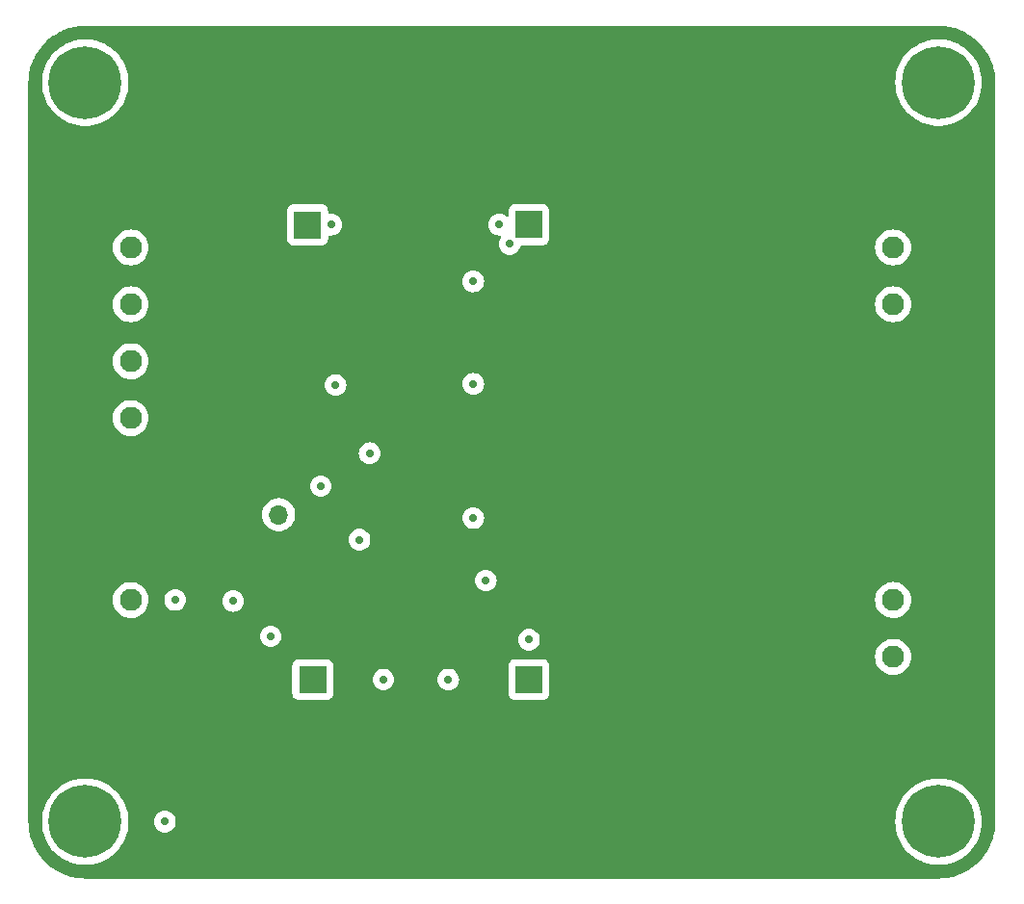
<source format=gbr>
%TF.GenerationSoftware,KiCad,Pcbnew,7.0.6*%
%TF.CreationDate,2023-10-07T14:34:09+02:00*%
%TF.ProjectId,TPA3116 amplifier,54504133-3131-4362-9061-6d706c696669,rev?*%
%TF.SameCoordinates,Original*%
%TF.FileFunction,Copper,L4,Bot*%
%TF.FilePolarity,Positive*%
%FSLAX46Y46*%
G04 Gerber Fmt 4.6, Leading zero omitted, Abs format (unit mm)*
G04 Created by KiCad (PCBNEW 7.0.6) date 2023-10-07 14:34:09*
%MOMM*%
%LPD*%
G01*
G04 APERTURE LIST*
%TA.AperFunction,ComponentPad*%
%ADD10C,1.950000*%
%TD*%
%TA.AperFunction,ComponentPad*%
%ADD11C,0.800000*%
%TD*%
%TA.AperFunction,ComponentPad*%
%ADD12C,6.400000*%
%TD*%
%TA.AperFunction,ComponentPad*%
%ADD13R,2.400000X2.400000*%
%TD*%
%TA.AperFunction,ComponentPad*%
%ADD14C,2.400000*%
%TD*%
%TA.AperFunction,ComponentPad*%
%ADD15R,1.700000X1.700000*%
%TD*%
%TA.AperFunction,ComponentPad*%
%ADD16O,1.700000X1.700000*%
%TD*%
%TA.AperFunction,ViaPad*%
%ADD17C,0.700000*%
%TD*%
%TA.AperFunction,ViaPad*%
%ADD18C,0.800000*%
%TD*%
%TA.AperFunction,ViaPad*%
%ADD19C,0.500000*%
%TD*%
G04 APERTURE END LIST*
D10*
%TO.P,J5,1,Pin_1*%
%TO.N,/LOUT+*%
X176000000Y-100500000D03*
%TO.P,J5,2,Pin_2*%
%TO.N,/LOUT-*%
X176000000Y-105500000D03*
%TD*%
D11*
%TO.P,H1,1,1*%
%TO.N,unconnected-(H1-Pad1)*%
X177600000Y-120000000D03*
X178302944Y-118302944D03*
X178302944Y-121697056D03*
X180000000Y-117600000D03*
D12*
X180000000Y-120000000D03*
D11*
X180000000Y-122400000D03*
X181697056Y-118302944D03*
X181697056Y-121697056D03*
X182400000Y-120000000D03*
%TD*%
D13*
%TO.P,C12,1*%
%TO.N,+24V*%
X144000000Y-107500000D03*
D14*
%TO.P,C12,2*%
%TO.N,GND*%
X144000000Y-115000000D03*
%TD*%
D13*
%TO.P,C9,1*%
%TO.N,+24V*%
X144000000Y-67500000D03*
D14*
%TO.P,C9,2*%
%TO.N,GND*%
X144000000Y-60000000D03*
%TD*%
D11*
%TO.P,H4,1,1*%
%TO.N,unconnected-(H4-Pad1)*%
X102600000Y-55000000D03*
X103302944Y-53302944D03*
X103302944Y-56697056D03*
X105000000Y-52600000D03*
D12*
X105000000Y-55000000D03*
D11*
X105000000Y-57400000D03*
X106697056Y-53302944D03*
X106697056Y-56697056D03*
X107400000Y-55000000D03*
%TD*%
D10*
%TO.P,J3,1,Pin_1*%
%TO.N,GND*%
X109000000Y-105500000D03*
%TO.P,J3,2,Pin_2*%
%TO.N,+24V*%
X109000000Y-100500000D03*
%TD*%
D11*
%TO.P,H2,1,1*%
%TO.N,unconnected-(H2-Pad1)*%
X102600000Y-120000000D03*
X103302944Y-118302944D03*
X103302944Y-121697056D03*
X105000000Y-117600000D03*
D12*
X105000000Y-120000000D03*
D11*
X105000000Y-122400000D03*
X106697056Y-118302944D03*
X106697056Y-121697056D03*
X107400000Y-120000000D03*
%TD*%
D10*
%TO.P,J4,1,Pin_1*%
%TO.N,/ROUT+*%
X176000000Y-69500000D03*
%TO.P,J4,2,Pin_2*%
%TO.N,/ROUT-*%
X176000000Y-74500000D03*
%TD*%
D15*
%TO.P,J1,1,Pin_1*%
%TO.N,GND*%
X122000000Y-90460000D03*
D16*
%TO.P,J1,2,Pin_2*%
%TO.N,Net-(J1-Pin_2)*%
X122000000Y-93000000D03*
%TD*%
D10*
%TO.P,J2,1,Pin_1*%
%TO.N,LIN-*%
X109000000Y-84500000D03*
%TO.P,J2,2,Pin_2*%
%TO.N,LIN+*%
X109000000Y-79500000D03*
%TO.P,J2,3,Pin_3*%
%TO.N,RIN-*%
X109000000Y-74500000D03*
%TO.P,J2,4,Pin_4*%
%TO.N,RIN+*%
X109000000Y-69500000D03*
%TD*%
D11*
%TO.P,H3,1,1*%
%TO.N,unconnected-(H3-Pad1)*%
X177600000Y-55000000D03*
X178302944Y-53302944D03*
X178302944Y-56697056D03*
X180000000Y-52600000D03*
D12*
X180000000Y-55000000D03*
D11*
X180000000Y-57400000D03*
X181697056Y-53302944D03*
X181697056Y-56697056D03*
X182400000Y-55000000D03*
%TD*%
D13*
%TO.P,C8,1*%
%TO.N,+24V*%
X124550000Y-67512755D03*
D14*
%TO.P,C8,2*%
%TO.N,GND*%
X124550000Y-60012755D03*
%TD*%
D13*
%TO.P,C13,1*%
%TO.N,+24V*%
X125000000Y-107500000D03*
D14*
%TO.P,C13,2*%
%TO.N,GND*%
X125000000Y-115000000D03*
%TD*%
D17*
%TO.N,GND*%
X184000000Y-60000000D03*
X184000000Y-104000000D03*
X184000000Y-76000000D03*
X184000000Y-88000000D03*
X184000000Y-84000000D03*
X184000000Y-96000000D03*
X184000000Y-64000000D03*
X184000000Y-112000000D03*
X184000000Y-108000000D03*
X184000000Y-72000000D03*
X184000000Y-68000000D03*
X184000000Y-116000000D03*
X184000000Y-80000000D03*
X184000000Y-100000000D03*
X184000000Y-92000000D03*
X101000000Y-104000000D03*
X101000000Y-100000000D03*
X101000000Y-92000000D03*
X101000000Y-84000000D03*
X101000000Y-76000000D03*
X101000000Y-80000000D03*
X101000000Y-72000000D03*
X101000000Y-68000000D03*
X101000000Y-96000000D03*
X101000000Y-116000000D03*
X101000000Y-112000000D03*
X101000000Y-108000000D03*
X101000000Y-88000000D03*
X101000000Y-64000000D03*
X101000000Y-60000000D03*
%TO.N,+24V*%
X112000000Y-120000000D03*
%TO.N,GND*%
X128000000Y-124000000D03*
X132000000Y-124000000D03*
X140000000Y-124000000D03*
X148000000Y-124000000D03*
X156000000Y-124000000D03*
X152000000Y-124000000D03*
X160000000Y-124000000D03*
X164000000Y-124000000D03*
X136000000Y-124000000D03*
X108000000Y-124000000D03*
X116000000Y-124000000D03*
X112000000Y-124000000D03*
X120000000Y-124000000D03*
X124000000Y-124000000D03*
X144000000Y-124000000D03*
X168000000Y-124000000D03*
X172000000Y-124000000D03*
X176000000Y-124000000D03*
X169000000Y-51000000D03*
X177000000Y-51000000D03*
X173000000Y-51000000D03*
X149000000Y-51000000D03*
X157000000Y-51000000D03*
X153000000Y-51000000D03*
X161000000Y-51000000D03*
X165000000Y-51000000D03*
X129000000Y-51000000D03*
X137000000Y-51000000D03*
X133000000Y-51000000D03*
X141000000Y-51000000D03*
X145000000Y-51000000D03*
X125000000Y-51000000D03*
X121000000Y-51000000D03*
X117000000Y-51000000D03*
X113000000Y-51000000D03*
X109000000Y-51000000D03*
D18*
X113500000Y-114000000D03*
D19*
X136100000Y-85700000D03*
X133700000Y-85700000D03*
D17*
X125750000Y-96500000D03*
X122000000Y-88750000D03*
D19*
X132700000Y-91000000D03*
X136900000Y-85700000D03*
D17*
X134250000Y-77250000D03*
D19*
X133700000Y-89100000D03*
X136900000Y-88300000D03*
D17*
X111500000Y-105200000D03*
D19*
X135300000Y-85700000D03*
D17*
X172000000Y-82750000D03*
D19*
X132700000Y-91700000D03*
D17*
X135750000Y-94750000D03*
X110700000Y-105200000D03*
D19*
X133700000Y-86500000D03*
D17*
X182500000Y-64500000D03*
X125750000Y-86250000D03*
X175000000Y-92250000D03*
D19*
X135300000Y-87000000D03*
D17*
X172000000Y-113750000D03*
X111500000Y-106000000D03*
X172000000Y-61000000D03*
X182500000Y-79500000D03*
X172000000Y-92250000D03*
X110700000Y-106000000D03*
X131500000Y-81700000D03*
X175000000Y-61000000D03*
D19*
X135300000Y-89100000D03*
X134500000Y-89100000D03*
D17*
X175000000Y-113750000D03*
D19*
X134500000Y-85700000D03*
D17*
X135750000Y-97750000D03*
X175000000Y-82750000D03*
X182380442Y-95581993D03*
X135750000Y-77000000D03*
X182250000Y-110500000D03*
D19*
X132700000Y-90300000D03*
X133700000Y-88300000D03*
X136900000Y-89100000D03*
X135300000Y-87800000D03*
D17*
X135750000Y-80000000D03*
D19*
X136100000Y-89100000D03*
X136900000Y-86500000D03*
D17*
%TO.N,+24V*%
X126600000Y-67500000D03*
X139100000Y-81500000D03*
X139100000Y-72500000D03*
X141400000Y-67500000D03*
X136900000Y-107500000D03*
X127000000Y-81600000D03*
X118000000Y-100600000D03*
X125700000Y-90500000D03*
X121300000Y-103700000D03*
X112900000Y-100500000D03*
X144000000Y-104000000D03*
X131200000Y-107500000D03*
X142300000Y-69200000D03*
X140200000Y-98800000D03*
X139100000Y-93300000D03*
%TO.N,Net-(IC1-GAIN{slash}SLV)*%
X130000000Y-87600000D03*
X129100000Y-95200000D03*
%TD*%
%TA.AperFunction,Conductor*%
%TO.N,GND*%
G36*
X180217318Y-50009488D02*
G01*
X180415934Y-50018160D01*
X180420865Y-50018574D01*
X180636792Y-50045489D01*
X180832940Y-50071313D01*
X180837265Y-50071883D01*
X180841894Y-50072671D01*
X181054183Y-50117183D01*
X181252534Y-50161157D01*
X181256778Y-50162257D01*
X181464544Y-50224112D01*
X181658658Y-50285317D01*
X181662530Y-50286680D01*
X181864457Y-50365472D01*
X182052817Y-50443494D01*
X182056252Y-50445045D01*
X182131343Y-50481755D01*
X182250992Y-50540249D01*
X182388629Y-50611897D01*
X182432009Y-50634479D01*
X182435107Y-50636207D01*
X182621382Y-50747202D01*
X182793662Y-50856957D01*
X182796377Y-50858789D01*
X182972918Y-50984837D01*
X183135098Y-51109282D01*
X183137426Y-51111159D01*
X183303055Y-51251439D01*
X183454895Y-51390574D01*
X183609424Y-51545103D01*
X183748555Y-51696938D01*
X183763008Y-51714003D01*
X183888839Y-51862572D01*
X183890716Y-51864900D01*
X184015162Y-52027081D01*
X184141209Y-52203621D01*
X184143040Y-52206335D01*
X184252797Y-52378617D01*
X184363791Y-52564891D01*
X184365525Y-52568000D01*
X184459750Y-52749007D01*
X184525992Y-52884503D01*
X184554953Y-52943744D01*
X184556524Y-52947229D01*
X184634536Y-53135566D01*
X184713309Y-53337445D01*
X184714681Y-53341340D01*
X184775899Y-53535496D01*
X184837735Y-53743200D01*
X184838843Y-53747472D01*
X184882818Y-53945826D01*
X184927326Y-54158101D01*
X184928115Y-54162733D01*
X184954524Y-54363319D01*
X184981422Y-54579114D01*
X184981839Y-54584080D01*
X184990513Y-54782728D01*
X184999500Y-55000000D01*
X184999500Y-120000000D01*
X184990513Y-120217271D01*
X184981839Y-120415918D01*
X184981422Y-120420884D01*
X184954524Y-120636680D01*
X184928115Y-120837265D01*
X184927326Y-120841897D01*
X184882818Y-121054173D01*
X184838843Y-121252526D01*
X184837735Y-121256798D01*
X184775899Y-121464503D01*
X184714681Y-121658658D01*
X184713309Y-121662552D01*
X184634536Y-121864433D01*
X184556524Y-122052769D01*
X184554944Y-122056274D01*
X184459750Y-122250992D01*
X184365525Y-122431998D01*
X184363791Y-122435107D01*
X184252797Y-122621382D01*
X184143040Y-122793663D01*
X184141209Y-122796377D01*
X184015162Y-122972918D01*
X183890716Y-123135099D01*
X183888839Y-123137426D01*
X183748557Y-123303059D01*
X183609426Y-123454895D01*
X183454895Y-123609426D01*
X183303059Y-123748557D01*
X183137426Y-123888839D01*
X183135099Y-123890716D01*
X182972918Y-124015162D01*
X182796377Y-124141209D01*
X182793663Y-124143040D01*
X182621382Y-124252797D01*
X182435107Y-124363791D01*
X182431998Y-124365525D01*
X182250992Y-124459750D01*
X182056274Y-124554944D01*
X182052769Y-124556524D01*
X181864433Y-124634536D01*
X181662552Y-124713309D01*
X181658658Y-124714681D01*
X181464503Y-124775899D01*
X181256798Y-124837735D01*
X181252526Y-124838843D01*
X181054173Y-124882818D01*
X180841897Y-124927326D01*
X180837265Y-124928115D01*
X180636680Y-124954524D01*
X180420884Y-124981422D01*
X180415918Y-124981839D01*
X180217271Y-124990513D01*
X180000000Y-124999500D01*
X105000000Y-124999500D01*
X104782728Y-124990513D01*
X104584080Y-124981839D01*
X104579114Y-124981422D01*
X104363319Y-124954524D01*
X104162733Y-124928115D01*
X104158101Y-124927326D01*
X103945826Y-124882818D01*
X103747472Y-124838843D01*
X103743200Y-124837735D01*
X103535496Y-124775899D01*
X103341340Y-124714681D01*
X103337445Y-124713309D01*
X103135566Y-124634536D01*
X102947229Y-124556524D01*
X102943744Y-124554953D01*
X102884503Y-124525992D01*
X102749007Y-124459750D01*
X102568000Y-124365525D01*
X102564891Y-124363791D01*
X102378617Y-124252797D01*
X102206335Y-124143040D01*
X102203621Y-124141209D01*
X102027081Y-124015162D01*
X101864900Y-123890716D01*
X101862572Y-123888839D01*
X101696940Y-123748557D01*
X101545103Y-123609424D01*
X101390574Y-123454895D01*
X101251439Y-123303055D01*
X101111159Y-123137426D01*
X101109282Y-123135098D01*
X100984837Y-122972918D01*
X100858789Y-122796377D01*
X100856957Y-122793662D01*
X100747202Y-122621382D01*
X100636207Y-122435107D01*
X100634473Y-122431998D01*
X100540249Y-122250992D01*
X100481755Y-122131343D01*
X100445045Y-122056252D01*
X100443494Y-122052817D01*
X100365463Y-121864433D01*
X100286680Y-121662530D01*
X100285317Y-121658658D01*
X100224100Y-121464503D01*
X100162257Y-121256778D01*
X100161155Y-121252526D01*
X100117181Y-121054173D01*
X100111495Y-121027057D01*
X100072671Y-120841894D01*
X100071883Y-120837265D01*
X100066205Y-120794135D01*
X100045489Y-120636791D01*
X100018574Y-120420865D01*
X100018160Y-120415934D01*
X100009486Y-120217271D01*
X100000500Y-120000000D01*
X101194616Y-120000000D01*
X101214139Y-120384983D01*
X101252698Y-120636680D01*
X101272512Y-120766018D01*
X101321469Y-120955099D01*
X101369136Y-121139199D01*
X101369136Y-121139200D01*
X101503009Y-121500666D01*
X101503015Y-121500679D01*
X101672774Y-121846759D01*
X101759716Y-121986244D01*
X101876680Y-122173895D01*
X101876682Y-122173898D01*
X101876683Y-122173899D01*
X102035829Y-122379499D01*
X102112634Y-122478722D01*
X102191671Y-122561869D01*
X102378216Y-122758115D01*
X102670699Y-123009203D01*
X102670702Y-123009205D01*
X102987089Y-123229417D01*
X103324131Y-123416491D01*
X103324135Y-123416493D01*
X103413623Y-123454895D01*
X103678370Y-123568507D01*
X103678380Y-123568510D01*
X103678385Y-123568512D01*
X104046160Y-123683902D01*
X104046163Y-123683902D01*
X104046171Y-123683905D01*
X104423759Y-123761502D01*
X104730559Y-123792700D01*
X104807259Y-123800500D01*
X104807260Y-123800500D01*
X105192741Y-123800500D01*
X105256656Y-123794000D01*
X105576241Y-123761502D01*
X105953829Y-123683905D01*
X105971847Y-123678252D01*
X106321614Y-123568512D01*
X106321613Y-123568512D01*
X106321630Y-123568507D01*
X106675869Y-123416491D01*
X107012911Y-123229417D01*
X107329298Y-123009205D01*
X107621784Y-122758115D01*
X107887366Y-122478722D01*
X108123320Y-122173895D01*
X108327225Y-121846760D01*
X108496987Y-121500675D01*
X108630866Y-121139192D01*
X108727488Y-120766018D01*
X108785860Y-120384984D01*
X108805384Y-120000000D01*
X108805384Y-119999999D01*
X111044901Y-119999999D01*
X111063252Y-120186331D01*
X111063253Y-120186333D01*
X111117604Y-120365502D01*
X111205862Y-120530623D01*
X111205864Y-120530626D01*
X111324642Y-120675357D01*
X111469373Y-120794135D01*
X111469376Y-120794137D01*
X111523172Y-120822891D01*
X111634499Y-120882396D01*
X111813666Y-120936746D01*
X111813668Y-120936747D01*
X111830374Y-120938392D01*
X112000000Y-120955099D01*
X112186331Y-120936747D01*
X112365501Y-120882396D01*
X112530625Y-120794136D01*
X112675357Y-120675357D01*
X112794136Y-120530625D01*
X112882396Y-120365501D01*
X112936747Y-120186331D01*
X112955099Y-120000000D01*
X176194616Y-120000000D01*
X176214139Y-120384983D01*
X176252698Y-120636680D01*
X176272512Y-120766018D01*
X176321469Y-120955099D01*
X176369136Y-121139199D01*
X176369136Y-121139200D01*
X176503009Y-121500666D01*
X176503015Y-121500679D01*
X176672774Y-121846759D01*
X176759716Y-121986244D01*
X176876680Y-122173895D01*
X176876682Y-122173898D01*
X176876683Y-122173899D01*
X177035829Y-122379499D01*
X177112634Y-122478722D01*
X177191671Y-122561869D01*
X177378216Y-122758115D01*
X177670699Y-123009203D01*
X177670702Y-123009205D01*
X177987089Y-123229417D01*
X178324131Y-123416491D01*
X178324135Y-123416493D01*
X178413623Y-123454895D01*
X178678370Y-123568507D01*
X178678380Y-123568510D01*
X178678385Y-123568512D01*
X179046160Y-123683902D01*
X179046163Y-123683902D01*
X179046171Y-123683905D01*
X179423759Y-123761502D01*
X179730559Y-123792700D01*
X179807259Y-123800500D01*
X179807260Y-123800500D01*
X180192741Y-123800500D01*
X180256656Y-123794000D01*
X180576241Y-123761502D01*
X180953829Y-123683905D01*
X180971847Y-123678252D01*
X181321614Y-123568512D01*
X181321613Y-123568512D01*
X181321630Y-123568507D01*
X181675869Y-123416491D01*
X182012911Y-123229417D01*
X182329298Y-123009205D01*
X182621784Y-122758115D01*
X182887366Y-122478722D01*
X183123320Y-122173895D01*
X183327225Y-121846760D01*
X183496987Y-121500675D01*
X183630866Y-121139192D01*
X183727488Y-120766018D01*
X183785860Y-120384984D01*
X183805384Y-120000000D01*
X183785860Y-119615016D01*
X183727488Y-119233982D01*
X183630866Y-118860808D01*
X183496987Y-118499325D01*
X183327225Y-118153240D01*
X183123320Y-117826105D01*
X182887366Y-117521278D01*
X182621784Y-117241885D01*
X182621783Y-117241884D01*
X182329300Y-116990796D01*
X182012912Y-116770584D01*
X182012911Y-116770583D01*
X181675869Y-116583509D01*
X181675870Y-116583509D01*
X181675864Y-116583506D01*
X181321635Y-116431495D01*
X181321614Y-116431487D01*
X180953839Y-116316097D01*
X180953833Y-116316096D01*
X180953830Y-116316095D01*
X180953829Y-116316095D01*
X180576241Y-116238498D01*
X180576240Y-116238497D01*
X180576236Y-116238497D01*
X180192741Y-116199500D01*
X180192740Y-116199500D01*
X179807260Y-116199500D01*
X179807259Y-116199500D01*
X179423763Y-116238497D01*
X179046166Y-116316096D01*
X179046160Y-116316097D01*
X178678385Y-116431487D01*
X178678364Y-116431495D01*
X178324135Y-116583506D01*
X177987087Y-116770584D01*
X177670699Y-116990796D01*
X177378216Y-117241884D01*
X177112629Y-117521283D01*
X176876683Y-117826100D01*
X176672774Y-118153240D01*
X176503015Y-118499320D01*
X176503009Y-118499333D01*
X176369136Y-118860799D01*
X176369136Y-118860800D01*
X176272511Y-119233986D01*
X176214139Y-119615016D01*
X176194616Y-120000000D01*
X112955099Y-120000000D01*
X112936747Y-119813669D01*
X112882396Y-119634499D01*
X112794136Y-119469375D01*
X112794135Y-119469373D01*
X112675357Y-119324642D01*
X112530626Y-119205864D01*
X112530623Y-119205862D01*
X112365502Y-119117604D01*
X112186333Y-119063253D01*
X112186331Y-119063252D01*
X112000000Y-119044901D01*
X111813668Y-119063252D01*
X111813666Y-119063253D01*
X111634497Y-119117604D01*
X111469376Y-119205862D01*
X111469373Y-119205864D01*
X111324642Y-119324642D01*
X111205864Y-119469373D01*
X111205862Y-119469376D01*
X111117604Y-119634497D01*
X111063253Y-119813666D01*
X111063252Y-119813668D01*
X111044901Y-119999999D01*
X108805384Y-119999999D01*
X108785860Y-119615016D01*
X108727488Y-119233982D01*
X108630866Y-118860808D01*
X108496987Y-118499325D01*
X108327225Y-118153240D01*
X108123320Y-117826105D01*
X107887366Y-117521278D01*
X107621784Y-117241885D01*
X107621783Y-117241884D01*
X107329300Y-116990796D01*
X107012912Y-116770584D01*
X107012911Y-116770583D01*
X106675869Y-116583509D01*
X106675870Y-116583509D01*
X106675864Y-116583506D01*
X106321635Y-116431495D01*
X106321614Y-116431487D01*
X105953839Y-116316097D01*
X105953833Y-116316096D01*
X105953830Y-116316095D01*
X105953829Y-116316095D01*
X105576241Y-116238498D01*
X105576240Y-116238497D01*
X105576236Y-116238497D01*
X105192741Y-116199500D01*
X105192740Y-116199500D01*
X104807260Y-116199500D01*
X104807259Y-116199500D01*
X104423763Y-116238497D01*
X104046166Y-116316096D01*
X104046160Y-116316097D01*
X103678385Y-116431487D01*
X103678364Y-116431495D01*
X103324135Y-116583506D01*
X102987087Y-116770584D01*
X102670699Y-116990796D01*
X102378216Y-117241884D01*
X102112629Y-117521283D01*
X101876683Y-117826100D01*
X101672774Y-118153240D01*
X101503015Y-118499320D01*
X101503009Y-118499333D01*
X101369136Y-118860799D01*
X101369136Y-118860800D01*
X101272511Y-119233986D01*
X101214139Y-119615016D01*
X101194616Y-120000000D01*
X100000500Y-120000000D01*
X100000500Y-119999500D01*
X100000500Y-108739363D01*
X123199500Y-108739363D01*
X123214953Y-108856753D01*
X123214956Y-108856762D01*
X123275464Y-109002841D01*
X123371718Y-109128282D01*
X123497159Y-109224536D01*
X123643238Y-109285044D01*
X123760639Y-109300500D01*
X126239360Y-109300499D01*
X126239363Y-109300499D01*
X126356753Y-109285046D01*
X126356757Y-109285044D01*
X126356762Y-109285044D01*
X126502841Y-109224536D01*
X126628282Y-109128282D01*
X126724536Y-109002841D01*
X126785044Y-108856762D01*
X126800500Y-108739363D01*
X142199500Y-108739363D01*
X142214953Y-108856753D01*
X142214956Y-108856762D01*
X142275464Y-109002841D01*
X142371718Y-109128282D01*
X142497159Y-109224536D01*
X142643238Y-109285044D01*
X142760639Y-109300500D01*
X145239360Y-109300499D01*
X145239363Y-109300499D01*
X145356753Y-109285046D01*
X145356757Y-109285044D01*
X145356762Y-109285044D01*
X145502841Y-109224536D01*
X145628282Y-109128282D01*
X145724536Y-109002841D01*
X145785044Y-108856762D01*
X145800500Y-108739361D01*
X145800499Y-106260640D01*
X145800499Y-106260639D01*
X145800499Y-106260636D01*
X145785046Y-106143246D01*
X145785044Y-106143239D01*
X145785044Y-106143238D01*
X145724536Y-105997159D01*
X145628282Y-105871718D01*
X145502841Y-105775464D01*
X145434673Y-105747228D01*
X145356762Y-105714956D01*
X145356760Y-105714955D01*
X145239370Y-105699501D01*
X145239367Y-105699500D01*
X145239361Y-105699500D01*
X145239354Y-105699500D01*
X142760636Y-105699500D01*
X142643246Y-105714953D01*
X142643237Y-105714956D01*
X142497160Y-105775463D01*
X142371718Y-105871718D01*
X142275463Y-105997160D01*
X142214956Y-106143237D01*
X142214955Y-106143239D01*
X142199501Y-106260629D01*
X142199501Y-106260636D01*
X142199500Y-106260645D01*
X142199500Y-108739363D01*
X126800500Y-108739363D01*
X126800500Y-108739361D01*
X126800499Y-107500000D01*
X130244901Y-107500000D01*
X130263252Y-107686331D01*
X130263253Y-107686333D01*
X130317604Y-107865502D01*
X130405862Y-108030623D01*
X130405864Y-108030626D01*
X130524642Y-108175357D01*
X130669373Y-108294135D01*
X130669376Y-108294137D01*
X130834497Y-108382395D01*
X130834499Y-108382396D01*
X131013666Y-108436746D01*
X131013668Y-108436747D01*
X131030374Y-108438392D01*
X131200000Y-108455099D01*
X131386331Y-108436747D01*
X131565501Y-108382396D01*
X131730625Y-108294136D01*
X131875357Y-108175357D01*
X131994136Y-108030625D01*
X132082396Y-107865501D01*
X132136747Y-107686331D01*
X132155099Y-107500000D01*
X135944901Y-107500000D01*
X135963252Y-107686331D01*
X135963253Y-107686333D01*
X136017604Y-107865502D01*
X136105862Y-108030623D01*
X136105864Y-108030626D01*
X136224642Y-108175357D01*
X136369373Y-108294135D01*
X136369376Y-108294137D01*
X136534497Y-108382395D01*
X136534499Y-108382396D01*
X136713666Y-108436746D01*
X136713668Y-108436747D01*
X136730374Y-108438392D01*
X136900000Y-108455099D01*
X137086331Y-108436747D01*
X137265501Y-108382396D01*
X137430625Y-108294136D01*
X137575357Y-108175357D01*
X137694136Y-108030625D01*
X137782396Y-107865501D01*
X137836747Y-107686331D01*
X137855099Y-107500000D01*
X137836747Y-107313669D01*
X137782396Y-107134499D01*
X137743065Y-107060915D01*
X137694137Y-106969376D01*
X137694135Y-106969373D01*
X137575357Y-106824642D01*
X137430626Y-106705864D01*
X137430623Y-106705862D01*
X137265502Y-106617604D01*
X137086333Y-106563253D01*
X137086331Y-106563252D01*
X136900000Y-106544901D01*
X136713668Y-106563252D01*
X136713666Y-106563253D01*
X136534497Y-106617604D01*
X136369376Y-106705862D01*
X136369373Y-106705864D01*
X136224642Y-106824642D01*
X136105864Y-106969373D01*
X136105862Y-106969376D01*
X136017604Y-107134497D01*
X135963253Y-107313666D01*
X135963252Y-107313668D01*
X135944901Y-107500000D01*
X132155099Y-107500000D01*
X132136747Y-107313669D01*
X132082396Y-107134499D01*
X132043065Y-107060915D01*
X131994137Y-106969376D01*
X131994135Y-106969373D01*
X131875357Y-106824642D01*
X131730626Y-106705864D01*
X131730623Y-106705862D01*
X131565502Y-106617604D01*
X131386333Y-106563253D01*
X131386331Y-106563252D01*
X131200000Y-106544901D01*
X131013668Y-106563252D01*
X131013666Y-106563253D01*
X130834497Y-106617604D01*
X130669376Y-106705862D01*
X130669373Y-106705864D01*
X130524642Y-106824642D01*
X130405864Y-106969373D01*
X130405862Y-106969376D01*
X130317604Y-107134497D01*
X130263253Y-107313666D01*
X130263252Y-107313668D01*
X130244901Y-107500000D01*
X126800499Y-107500000D01*
X126800499Y-106260640D01*
X126800499Y-106260639D01*
X126800499Y-106260636D01*
X126785046Y-106143246D01*
X126785044Y-106143239D01*
X126785044Y-106143238D01*
X126724536Y-105997159D01*
X126628282Y-105871718D01*
X126502841Y-105775464D01*
X126434673Y-105747228D01*
X126356762Y-105714956D01*
X126356760Y-105714955D01*
X126239370Y-105699501D01*
X126239367Y-105699500D01*
X126239361Y-105699500D01*
X126239354Y-105699500D01*
X123760636Y-105699500D01*
X123643246Y-105714953D01*
X123643237Y-105714956D01*
X123497160Y-105775463D01*
X123371718Y-105871718D01*
X123275463Y-105997160D01*
X123214956Y-106143237D01*
X123214955Y-106143239D01*
X123199501Y-106260629D01*
X123199501Y-106260636D01*
X123199500Y-106260645D01*
X123199500Y-108739363D01*
X100000500Y-108739363D01*
X100000500Y-105500000D01*
X174419628Y-105500000D01*
X174439085Y-105747228D01*
X174496976Y-105988362D01*
X174591877Y-106217474D01*
X174721450Y-106428916D01*
X174721453Y-106428921D01*
X174794458Y-106514399D01*
X174882508Y-106617492D01*
X174985979Y-106705864D01*
X175071078Y-106778546D01*
X175071083Y-106778549D01*
X175282525Y-106908122D01*
X175511637Y-107003023D01*
X175718567Y-107052702D01*
X175752775Y-107060915D01*
X176000000Y-107080372D01*
X176247225Y-107060915D01*
X176488362Y-107003023D01*
X176717474Y-106908122D01*
X176928919Y-106778548D01*
X177117492Y-106617492D01*
X177278548Y-106428919D01*
X177408122Y-106217474D01*
X177503023Y-105988362D01*
X177560915Y-105747225D01*
X177580372Y-105500000D01*
X177560915Y-105252775D01*
X177503023Y-105011638D01*
X177479604Y-104955098D01*
X177408122Y-104782525D01*
X177278549Y-104571083D01*
X177278546Y-104571078D01*
X177212830Y-104494135D01*
X177117492Y-104382508D01*
X177014399Y-104294458D01*
X176928921Y-104221453D01*
X176928916Y-104221450D01*
X176717474Y-104091877D01*
X176488362Y-103996976D01*
X176247228Y-103939085D01*
X176000000Y-103919628D01*
X175752771Y-103939085D01*
X175511637Y-103996976D01*
X175282525Y-104091877D01*
X175071083Y-104221450D01*
X175071078Y-104221453D01*
X174882508Y-104382508D01*
X174721453Y-104571078D01*
X174721450Y-104571083D01*
X174591877Y-104782525D01*
X174496976Y-105011637D01*
X174439085Y-105252771D01*
X174419628Y-105500000D01*
X100000500Y-105500000D01*
X100000500Y-103700000D01*
X120344901Y-103700000D01*
X120363252Y-103886331D01*
X120363253Y-103886333D01*
X120417604Y-104065502D01*
X120505862Y-104230623D01*
X120505864Y-104230626D01*
X120624642Y-104375357D01*
X120769373Y-104494135D01*
X120769376Y-104494137D01*
X120934497Y-104582395D01*
X120934499Y-104582396D01*
X121113666Y-104636746D01*
X121113668Y-104636747D01*
X121130374Y-104638392D01*
X121300000Y-104655099D01*
X121486331Y-104636747D01*
X121665501Y-104582396D01*
X121830625Y-104494136D01*
X121975357Y-104375357D01*
X122094136Y-104230625D01*
X122182396Y-104065501D01*
X122202266Y-104000000D01*
X143044901Y-104000000D01*
X143063252Y-104186331D01*
X143063253Y-104186333D01*
X143117604Y-104365502D01*
X143205862Y-104530623D01*
X143205864Y-104530626D01*
X143324642Y-104675357D01*
X143469373Y-104794135D01*
X143469376Y-104794137D01*
X143634497Y-104882395D01*
X143634499Y-104882396D01*
X143813666Y-104936746D01*
X143813668Y-104936747D01*
X143830374Y-104938392D01*
X144000000Y-104955099D01*
X144186331Y-104936747D01*
X144365501Y-104882396D01*
X144530625Y-104794136D01*
X144675357Y-104675357D01*
X144794136Y-104530625D01*
X144882396Y-104365501D01*
X144936747Y-104186331D01*
X144955099Y-104000000D01*
X144936747Y-103813669D01*
X144882396Y-103634499D01*
X144882395Y-103634497D01*
X144794137Y-103469376D01*
X144794135Y-103469373D01*
X144675357Y-103324642D01*
X144530626Y-103205864D01*
X144530623Y-103205862D01*
X144365502Y-103117604D01*
X144186333Y-103063253D01*
X144186331Y-103063252D01*
X144000000Y-103044901D01*
X143813668Y-103063252D01*
X143813666Y-103063253D01*
X143634497Y-103117604D01*
X143469376Y-103205862D01*
X143469373Y-103205864D01*
X143324642Y-103324642D01*
X143205864Y-103469373D01*
X143205862Y-103469376D01*
X143117604Y-103634497D01*
X143063253Y-103813666D01*
X143063252Y-103813668D01*
X143044901Y-104000000D01*
X122202266Y-104000000D01*
X122236747Y-103886331D01*
X122255099Y-103700000D01*
X122236747Y-103513669D01*
X122182396Y-103334499D01*
X122094136Y-103169375D01*
X122094135Y-103169373D01*
X121975357Y-103024642D01*
X121830626Y-102905864D01*
X121830623Y-102905862D01*
X121665502Y-102817604D01*
X121486333Y-102763253D01*
X121486331Y-102763252D01*
X121300000Y-102744901D01*
X121113668Y-102763252D01*
X121113666Y-102763253D01*
X120934497Y-102817604D01*
X120769376Y-102905862D01*
X120769373Y-102905864D01*
X120624642Y-103024642D01*
X120505864Y-103169373D01*
X120505862Y-103169376D01*
X120417604Y-103334497D01*
X120363253Y-103513666D01*
X120363252Y-103513668D01*
X120344901Y-103700000D01*
X100000500Y-103700000D01*
X100000500Y-100500000D01*
X107419628Y-100500000D01*
X107439085Y-100747228D01*
X107496976Y-100988362D01*
X107591877Y-101217474D01*
X107721450Y-101428916D01*
X107721453Y-101428921D01*
X107794458Y-101514399D01*
X107882508Y-101617492D01*
X108003213Y-101720583D01*
X108071078Y-101778546D01*
X108071083Y-101778549D01*
X108282525Y-101908122D01*
X108511637Y-102003023D01*
X108718567Y-102052702D01*
X108752775Y-102060915D01*
X109000000Y-102080372D01*
X109247225Y-102060915D01*
X109488362Y-102003023D01*
X109717474Y-101908122D01*
X109928919Y-101778548D01*
X110117492Y-101617492D01*
X110278548Y-101428919D01*
X110408122Y-101217474D01*
X110503023Y-100988362D01*
X110560915Y-100747225D01*
X110580372Y-100500000D01*
X111944901Y-100500000D01*
X111963252Y-100686331D01*
X111963253Y-100686333D01*
X112017604Y-100865502D01*
X112105862Y-101030623D01*
X112105864Y-101030626D01*
X112224642Y-101175357D01*
X112369373Y-101294135D01*
X112369376Y-101294137D01*
X112534497Y-101382395D01*
X112534499Y-101382396D01*
X112713666Y-101436746D01*
X112713668Y-101436747D01*
X112730374Y-101438392D01*
X112900000Y-101455099D01*
X113086331Y-101436747D01*
X113265501Y-101382396D01*
X113430625Y-101294136D01*
X113575357Y-101175357D01*
X113694136Y-101030625D01*
X113782396Y-100865501D01*
X113836747Y-100686331D01*
X113845250Y-100599999D01*
X117044901Y-100599999D01*
X117063252Y-100786331D01*
X117063253Y-100786333D01*
X117117604Y-100965502D01*
X117205862Y-101130623D01*
X117205864Y-101130626D01*
X117324642Y-101275357D01*
X117469373Y-101394135D01*
X117469376Y-101394137D01*
X117634497Y-101482395D01*
X117634499Y-101482396D01*
X117813666Y-101536746D01*
X117813668Y-101536747D01*
X117830374Y-101538392D01*
X118000000Y-101555099D01*
X118186331Y-101536747D01*
X118365501Y-101482396D01*
X118530625Y-101394136D01*
X118675357Y-101275357D01*
X118794136Y-101130625D01*
X118882396Y-100965501D01*
X118936747Y-100786331D01*
X118955099Y-100600000D01*
X118945250Y-100499999D01*
X174419628Y-100499999D01*
X174439085Y-100747228D01*
X174496976Y-100988362D01*
X174591877Y-101217474D01*
X174721450Y-101428916D01*
X174721453Y-101428921D01*
X174794458Y-101514399D01*
X174882508Y-101617492D01*
X175003213Y-101720583D01*
X175071078Y-101778546D01*
X175071083Y-101778549D01*
X175282525Y-101908122D01*
X175511637Y-102003023D01*
X175718567Y-102052702D01*
X175752775Y-102060915D01*
X176000000Y-102080372D01*
X176247225Y-102060915D01*
X176488362Y-102003023D01*
X176717474Y-101908122D01*
X176928919Y-101778548D01*
X177117492Y-101617492D01*
X177278548Y-101428919D01*
X177408122Y-101217474D01*
X177503023Y-100988362D01*
X177560915Y-100747225D01*
X177580372Y-100500000D01*
X177560915Y-100252775D01*
X177516885Y-100069376D01*
X177503023Y-100011637D01*
X177408122Y-99782525D01*
X177292676Y-99594136D01*
X177278548Y-99571081D01*
X177278547Y-99571080D01*
X177278546Y-99571078D01*
X177196792Y-99475357D01*
X177117492Y-99382508D01*
X177014399Y-99294458D01*
X176928921Y-99221453D01*
X176928916Y-99221450D01*
X176717474Y-99091877D01*
X176488362Y-98996976D01*
X176247228Y-98939085D01*
X176000000Y-98919628D01*
X175752771Y-98939085D01*
X175511637Y-98996976D01*
X175282525Y-99091877D01*
X175071083Y-99221450D01*
X175071078Y-99221453D01*
X174882508Y-99382508D01*
X174721453Y-99571078D01*
X174721450Y-99571083D01*
X174591877Y-99782525D01*
X174496976Y-100011637D01*
X174439085Y-100252771D01*
X174419628Y-100499999D01*
X118945250Y-100499999D01*
X118936747Y-100413669D01*
X118882396Y-100234499D01*
X118882395Y-100234497D01*
X118794137Y-100069376D01*
X118794135Y-100069373D01*
X118675357Y-99924642D01*
X118530626Y-99805864D01*
X118530623Y-99805862D01*
X118365502Y-99717604D01*
X118186333Y-99663253D01*
X118186331Y-99663252D01*
X118000000Y-99644901D01*
X117813668Y-99663252D01*
X117813666Y-99663253D01*
X117634497Y-99717604D01*
X117469376Y-99805862D01*
X117469373Y-99805864D01*
X117324642Y-99924642D01*
X117205864Y-100069373D01*
X117205862Y-100069376D01*
X117117604Y-100234497D01*
X117063253Y-100413666D01*
X117063252Y-100413668D01*
X117044901Y-100599999D01*
X113845250Y-100599999D01*
X113855099Y-100500000D01*
X113836747Y-100313669D01*
X113782396Y-100134499D01*
X113716726Y-100011638D01*
X113694137Y-99969376D01*
X113694135Y-99969373D01*
X113575357Y-99824642D01*
X113430626Y-99705864D01*
X113430623Y-99705862D01*
X113265502Y-99617604D01*
X113086333Y-99563253D01*
X113086331Y-99563252D01*
X112900000Y-99544901D01*
X112713668Y-99563252D01*
X112713666Y-99563253D01*
X112534497Y-99617604D01*
X112369376Y-99705862D01*
X112369373Y-99705864D01*
X112224642Y-99824642D01*
X112105864Y-99969373D01*
X112105862Y-99969376D01*
X112017604Y-100134497D01*
X111963253Y-100313666D01*
X111963252Y-100313668D01*
X111944901Y-100500000D01*
X110580372Y-100500000D01*
X110560915Y-100252775D01*
X110516885Y-100069376D01*
X110503023Y-100011637D01*
X110408122Y-99782525D01*
X110292676Y-99594136D01*
X110278548Y-99571081D01*
X110278547Y-99571080D01*
X110278546Y-99571078D01*
X110196792Y-99475357D01*
X110117492Y-99382508D01*
X110014399Y-99294458D01*
X109928921Y-99221453D01*
X109928916Y-99221450D01*
X109717474Y-99091877D01*
X109488362Y-98996976D01*
X109247228Y-98939085D01*
X109061806Y-98924492D01*
X109000000Y-98919628D01*
X108999999Y-98919628D01*
X108752771Y-98939085D01*
X108511637Y-98996976D01*
X108282525Y-99091877D01*
X108071083Y-99221450D01*
X108071078Y-99221453D01*
X107882508Y-99382508D01*
X107721453Y-99571078D01*
X107721450Y-99571083D01*
X107591877Y-99782525D01*
X107496976Y-100011637D01*
X107439085Y-100252771D01*
X107419628Y-100500000D01*
X100000500Y-100500000D01*
X100000500Y-98800000D01*
X139244901Y-98800000D01*
X139263252Y-98986331D01*
X139263253Y-98986333D01*
X139317604Y-99165502D01*
X139405862Y-99330623D01*
X139405864Y-99330626D01*
X139524642Y-99475357D01*
X139669373Y-99594135D01*
X139669376Y-99594137D01*
X139834497Y-99682395D01*
X139834499Y-99682396D01*
X140013666Y-99736746D01*
X140013668Y-99736747D01*
X140030374Y-99738392D01*
X140200000Y-99755099D01*
X140386331Y-99736747D01*
X140565501Y-99682396D01*
X140730625Y-99594136D01*
X140875357Y-99475357D01*
X140994136Y-99330625D01*
X141082396Y-99165501D01*
X141136747Y-98986331D01*
X141155099Y-98800000D01*
X141136747Y-98613669D01*
X141082396Y-98434499D01*
X140994136Y-98269375D01*
X140994135Y-98269373D01*
X140875357Y-98124642D01*
X140730626Y-98005864D01*
X140730623Y-98005862D01*
X140565502Y-97917604D01*
X140386333Y-97863253D01*
X140386331Y-97863252D01*
X140200000Y-97844901D01*
X140013668Y-97863252D01*
X140013666Y-97863253D01*
X139834497Y-97917604D01*
X139669376Y-98005862D01*
X139669373Y-98005864D01*
X139524642Y-98124642D01*
X139405864Y-98269373D01*
X139405862Y-98269376D01*
X139317604Y-98434497D01*
X139263253Y-98613666D01*
X139263252Y-98613668D01*
X139244901Y-98800000D01*
X100000500Y-98800000D01*
X100000500Y-95200000D01*
X128144901Y-95200000D01*
X128163252Y-95386331D01*
X128163253Y-95386333D01*
X128217604Y-95565502D01*
X128305862Y-95730623D01*
X128305864Y-95730626D01*
X128424642Y-95875357D01*
X128569373Y-95994135D01*
X128569376Y-95994137D01*
X128734497Y-96082395D01*
X128734499Y-96082396D01*
X128913666Y-96136746D01*
X128913668Y-96136747D01*
X128930374Y-96138392D01*
X129100000Y-96155099D01*
X129286331Y-96136747D01*
X129465501Y-96082396D01*
X129630625Y-95994136D01*
X129775357Y-95875357D01*
X129894136Y-95730625D01*
X129982396Y-95565501D01*
X130036747Y-95386331D01*
X130055099Y-95200000D01*
X130036747Y-95013669D01*
X129982396Y-94834499D01*
X129894136Y-94669375D01*
X129894135Y-94669373D01*
X129775357Y-94524642D01*
X129630626Y-94405864D01*
X129630623Y-94405862D01*
X129465502Y-94317604D01*
X129286333Y-94263253D01*
X129286331Y-94263252D01*
X129100000Y-94244901D01*
X128913668Y-94263252D01*
X128913666Y-94263253D01*
X128734497Y-94317604D01*
X128569376Y-94405862D01*
X128569373Y-94405864D01*
X128424642Y-94524642D01*
X128305864Y-94669373D01*
X128305862Y-94669376D01*
X128217604Y-94834497D01*
X128163253Y-95013666D01*
X128163252Y-95013668D01*
X128144901Y-95200000D01*
X100000500Y-95200000D01*
X100000500Y-93000005D01*
X120544529Y-93000005D01*
X120564379Y-93239559D01*
X120623389Y-93472589D01*
X120719951Y-93692729D01*
X120810043Y-93830623D01*
X120851429Y-93893969D01*
X121014236Y-94070825D01*
X121014239Y-94070827D01*
X121014242Y-94070830D01*
X121203924Y-94218466D01*
X121203930Y-94218470D01*
X121203933Y-94218472D01*
X121415344Y-94332882D01*
X121415347Y-94332883D01*
X121642699Y-94410933D01*
X121642701Y-94410933D01*
X121642703Y-94410934D01*
X121879808Y-94450500D01*
X121879809Y-94450500D01*
X122120191Y-94450500D01*
X122120192Y-94450500D01*
X122357297Y-94410934D01*
X122372066Y-94405864D01*
X122374161Y-94405144D01*
X122584656Y-94332882D01*
X122796067Y-94218472D01*
X122842418Y-94182396D01*
X122859768Y-94168891D01*
X122985764Y-94070825D01*
X123148571Y-93893969D01*
X123280049Y-93692728D01*
X123376610Y-93472591D01*
X123420315Y-93300000D01*
X138144901Y-93300000D01*
X138163252Y-93486331D01*
X138163253Y-93486333D01*
X138217604Y-93665502D01*
X138305862Y-93830623D01*
X138305864Y-93830626D01*
X138424642Y-93975357D01*
X138569373Y-94094135D01*
X138569376Y-94094137D01*
X138734497Y-94182395D01*
X138734499Y-94182396D01*
X138853425Y-94218472D01*
X138913666Y-94236746D01*
X138913668Y-94236747D01*
X138930374Y-94238392D01*
X139100000Y-94255099D01*
X139286331Y-94236747D01*
X139465501Y-94182396D01*
X139630625Y-94094136D01*
X139775357Y-93975357D01*
X139894136Y-93830625D01*
X139982396Y-93665501D01*
X140036747Y-93486331D01*
X140055099Y-93300000D01*
X140036747Y-93113669D01*
X139982396Y-92934499D01*
X139894136Y-92769375D01*
X139894135Y-92769373D01*
X139775357Y-92624642D01*
X139630626Y-92505864D01*
X139630623Y-92505862D01*
X139465502Y-92417604D01*
X139286333Y-92363253D01*
X139286331Y-92363252D01*
X139100000Y-92344901D01*
X138913668Y-92363252D01*
X138913666Y-92363253D01*
X138734497Y-92417604D01*
X138569376Y-92505862D01*
X138569373Y-92505864D01*
X138424642Y-92624642D01*
X138305864Y-92769373D01*
X138305862Y-92769376D01*
X138217604Y-92934497D01*
X138163253Y-93113666D01*
X138163252Y-93113668D01*
X138144901Y-93300000D01*
X123420315Y-93300000D01*
X123435620Y-93239563D01*
X123455471Y-93000000D01*
X123450043Y-92934499D01*
X123442236Y-92840291D01*
X123435620Y-92760437D01*
X123376610Y-92527409D01*
X123280049Y-92307272D01*
X123148571Y-92106031D01*
X122985764Y-91929175D01*
X122985759Y-91929171D01*
X122985757Y-91929169D01*
X122796075Y-91781533D01*
X122796069Y-91781529D01*
X122584657Y-91667118D01*
X122584652Y-91667116D01*
X122357300Y-91589066D01*
X122179468Y-91559391D01*
X122120192Y-91549500D01*
X121879808Y-91549500D01*
X121832387Y-91557413D01*
X121642699Y-91589066D01*
X121415347Y-91667116D01*
X121415342Y-91667118D01*
X121203930Y-91781529D01*
X121203924Y-91781533D01*
X121014242Y-91929169D01*
X121014239Y-91929172D01*
X120851430Y-92106029D01*
X120851427Y-92106033D01*
X120719951Y-92307270D01*
X120623389Y-92527410D01*
X120564379Y-92760440D01*
X120544529Y-92999994D01*
X120544529Y-93000005D01*
X100000500Y-93000005D01*
X100000500Y-90500000D01*
X124744901Y-90500000D01*
X124763252Y-90686331D01*
X124763253Y-90686333D01*
X124817604Y-90865502D01*
X124905862Y-91030623D01*
X124905864Y-91030626D01*
X125024642Y-91175357D01*
X125169373Y-91294135D01*
X125169376Y-91294137D01*
X125334497Y-91382395D01*
X125334499Y-91382396D01*
X125513666Y-91436746D01*
X125513668Y-91436747D01*
X125530374Y-91438392D01*
X125700000Y-91455099D01*
X125886331Y-91436747D01*
X126065501Y-91382396D01*
X126230625Y-91294136D01*
X126375357Y-91175357D01*
X126494136Y-91030625D01*
X126582396Y-90865501D01*
X126636747Y-90686331D01*
X126655099Y-90500000D01*
X126636747Y-90313669D01*
X126582396Y-90134499D01*
X126494136Y-89969375D01*
X126494135Y-89969373D01*
X126375357Y-89824642D01*
X126230626Y-89705864D01*
X126230623Y-89705862D01*
X126065502Y-89617604D01*
X125886333Y-89563253D01*
X125886331Y-89563252D01*
X125700000Y-89544901D01*
X125513668Y-89563252D01*
X125513666Y-89563253D01*
X125334497Y-89617604D01*
X125169376Y-89705862D01*
X125169373Y-89705864D01*
X125024642Y-89824642D01*
X124905864Y-89969373D01*
X124905862Y-89969376D01*
X124817604Y-90134497D01*
X124763253Y-90313666D01*
X124763252Y-90313668D01*
X124744901Y-90500000D01*
X100000500Y-90500000D01*
X100000500Y-87600000D01*
X129044901Y-87600000D01*
X129063252Y-87786331D01*
X129063253Y-87786333D01*
X129117604Y-87965502D01*
X129205862Y-88130623D01*
X129205864Y-88130626D01*
X129324642Y-88275357D01*
X129469373Y-88394135D01*
X129469376Y-88394137D01*
X129634497Y-88482395D01*
X129634499Y-88482396D01*
X129813666Y-88536746D01*
X129813668Y-88536747D01*
X129830374Y-88538392D01*
X130000000Y-88555099D01*
X130186331Y-88536747D01*
X130365501Y-88482396D01*
X130530625Y-88394136D01*
X130675357Y-88275357D01*
X130794136Y-88130625D01*
X130882396Y-87965501D01*
X130936747Y-87786331D01*
X130955099Y-87600000D01*
X130936747Y-87413669D01*
X130882396Y-87234499D01*
X130794136Y-87069375D01*
X130794135Y-87069373D01*
X130675357Y-86924642D01*
X130530626Y-86805864D01*
X130530623Y-86805862D01*
X130365502Y-86717604D01*
X130186333Y-86663253D01*
X130186331Y-86663252D01*
X130000000Y-86644901D01*
X129813668Y-86663252D01*
X129813666Y-86663253D01*
X129634497Y-86717604D01*
X129469376Y-86805862D01*
X129469373Y-86805864D01*
X129324642Y-86924642D01*
X129205864Y-87069373D01*
X129205862Y-87069376D01*
X129117604Y-87234497D01*
X129063253Y-87413666D01*
X129063252Y-87413668D01*
X129044901Y-87600000D01*
X100000500Y-87600000D01*
X100000500Y-84500000D01*
X107419628Y-84500000D01*
X107439085Y-84747228D01*
X107496976Y-84988362D01*
X107591877Y-85217474D01*
X107721450Y-85428916D01*
X107721453Y-85428921D01*
X107794458Y-85514399D01*
X107882508Y-85617492D01*
X108003213Y-85720583D01*
X108071078Y-85778546D01*
X108071083Y-85778549D01*
X108282525Y-85908122D01*
X108511637Y-86003023D01*
X108718567Y-86052702D01*
X108752775Y-86060915D01*
X109000000Y-86080372D01*
X109247225Y-86060915D01*
X109488362Y-86003023D01*
X109717474Y-85908122D01*
X109928919Y-85778548D01*
X110117492Y-85617492D01*
X110278548Y-85428919D01*
X110408122Y-85217474D01*
X110503023Y-84988362D01*
X110560915Y-84747225D01*
X110580372Y-84500000D01*
X110560915Y-84252775D01*
X110503023Y-84011638D01*
X110408122Y-83782526D01*
X110408122Y-83782525D01*
X110278549Y-83571083D01*
X110278546Y-83571078D01*
X110220583Y-83503213D01*
X110117492Y-83382508D01*
X110014399Y-83294458D01*
X109928921Y-83221453D01*
X109928916Y-83221450D01*
X109717474Y-83091877D01*
X109488362Y-82996976D01*
X109247228Y-82939085D01*
X109061806Y-82924492D01*
X109000000Y-82919628D01*
X108999999Y-82919628D01*
X108752771Y-82939085D01*
X108511637Y-82996976D01*
X108282525Y-83091877D01*
X108071083Y-83221450D01*
X108071078Y-83221453D01*
X107882508Y-83382508D01*
X107721453Y-83571078D01*
X107721450Y-83571083D01*
X107591877Y-83782525D01*
X107496976Y-84011637D01*
X107439085Y-84252771D01*
X107419628Y-84500000D01*
X100000500Y-84500000D01*
X100000500Y-81600000D01*
X126044901Y-81600000D01*
X126063252Y-81786331D01*
X126063253Y-81786333D01*
X126117604Y-81965502D01*
X126205862Y-82130623D01*
X126205864Y-82130626D01*
X126324642Y-82275357D01*
X126469373Y-82394135D01*
X126469376Y-82394137D01*
X126634497Y-82482395D01*
X126634499Y-82482396D01*
X126813666Y-82536746D01*
X126813668Y-82536747D01*
X126830374Y-82538392D01*
X127000000Y-82555099D01*
X127186331Y-82536747D01*
X127365501Y-82482396D01*
X127530625Y-82394136D01*
X127675357Y-82275357D01*
X127794136Y-82130625D01*
X127882396Y-81965501D01*
X127936747Y-81786331D01*
X127955099Y-81600000D01*
X127945250Y-81500000D01*
X138144901Y-81500000D01*
X138163252Y-81686331D01*
X138163253Y-81686333D01*
X138217604Y-81865502D01*
X138305862Y-82030623D01*
X138305864Y-82030626D01*
X138424642Y-82175357D01*
X138569373Y-82294135D01*
X138569376Y-82294137D01*
X138734497Y-82382395D01*
X138734499Y-82382396D01*
X138913666Y-82436746D01*
X138913668Y-82436747D01*
X138930374Y-82438392D01*
X139100000Y-82455099D01*
X139286331Y-82436747D01*
X139465501Y-82382396D01*
X139630625Y-82294136D01*
X139775357Y-82175357D01*
X139894136Y-82030625D01*
X139982396Y-81865501D01*
X140036747Y-81686331D01*
X140055099Y-81500000D01*
X140036747Y-81313669D01*
X139982396Y-81134499D01*
X139943065Y-81060915D01*
X139894137Y-80969376D01*
X139894135Y-80969373D01*
X139775357Y-80824642D01*
X139630626Y-80705864D01*
X139630623Y-80705862D01*
X139465502Y-80617604D01*
X139286333Y-80563253D01*
X139286331Y-80563252D01*
X139100000Y-80544901D01*
X138913668Y-80563252D01*
X138913666Y-80563253D01*
X138734497Y-80617604D01*
X138569376Y-80705862D01*
X138569373Y-80705864D01*
X138424642Y-80824642D01*
X138305864Y-80969373D01*
X138305862Y-80969376D01*
X138217604Y-81134497D01*
X138163253Y-81313666D01*
X138163252Y-81313668D01*
X138144901Y-81500000D01*
X127945250Y-81500000D01*
X127936747Y-81413669D01*
X127882396Y-81234499D01*
X127882395Y-81234497D01*
X127794137Y-81069376D01*
X127794135Y-81069373D01*
X127675357Y-80924642D01*
X127530626Y-80805864D01*
X127530623Y-80805862D01*
X127365502Y-80717604D01*
X127186333Y-80663253D01*
X127186331Y-80663252D01*
X127000000Y-80644901D01*
X126813668Y-80663252D01*
X126813666Y-80663253D01*
X126634497Y-80717604D01*
X126469376Y-80805862D01*
X126469373Y-80805864D01*
X126324642Y-80924642D01*
X126205864Y-81069373D01*
X126205862Y-81069376D01*
X126117604Y-81234497D01*
X126063253Y-81413666D01*
X126063252Y-81413668D01*
X126044901Y-81600000D01*
X100000500Y-81600000D01*
X100000500Y-79499999D01*
X107419628Y-79499999D01*
X107439085Y-79747228D01*
X107496976Y-79988362D01*
X107591877Y-80217474D01*
X107721450Y-80428916D01*
X107721453Y-80428921D01*
X107794458Y-80514399D01*
X107882508Y-80617492D01*
X108003213Y-80720583D01*
X108071078Y-80778546D01*
X108071083Y-80778549D01*
X108282525Y-80908122D01*
X108511637Y-81003023D01*
X108718567Y-81052702D01*
X108752775Y-81060915D01*
X109000000Y-81080372D01*
X109247225Y-81060915D01*
X109488362Y-81003023D01*
X109717474Y-80908122D01*
X109928919Y-80778548D01*
X110117492Y-80617492D01*
X110278548Y-80428919D01*
X110408122Y-80217474D01*
X110503023Y-79988362D01*
X110560915Y-79747225D01*
X110580372Y-79500000D01*
X110560915Y-79252775D01*
X110503023Y-79011638D01*
X110408122Y-78782526D01*
X110408122Y-78782525D01*
X110278549Y-78571083D01*
X110278546Y-78571078D01*
X110220583Y-78503213D01*
X110117492Y-78382508D01*
X110014399Y-78294458D01*
X109928921Y-78221453D01*
X109928916Y-78221450D01*
X109717474Y-78091877D01*
X109488362Y-77996976D01*
X109247228Y-77939085D01*
X109061806Y-77924492D01*
X109000000Y-77919628D01*
X108999999Y-77919628D01*
X108752771Y-77939085D01*
X108511637Y-77996976D01*
X108282525Y-78091877D01*
X108071083Y-78221450D01*
X108071078Y-78221453D01*
X107882508Y-78382508D01*
X107721453Y-78571078D01*
X107721450Y-78571083D01*
X107591877Y-78782525D01*
X107496976Y-79011637D01*
X107439085Y-79252771D01*
X107419628Y-79499999D01*
X100000500Y-79499999D01*
X100000500Y-74499999D01*
X107419628Y-74499999D01*
X107439085Y-74747228D01*
X107496976Y-74988362D01*
X107591877Y-75217474D01*
X107721450Y-75428916D01*
X107721453Y-75428921D01*
X107794458Y-75514399D01*
X107882508Y-75617492D01*
X108003213Y-75720583D01*
X108071078Y-75778546D01*
X108071083Y-75778549D01*
X108282525Y-75908122D01*
X108511637Y-76003023D01*
X108718567Y-76052702D01*
X108752775Y-76060915D01*
X109000000Y-76080372D01*
X109247225Y-76060915D01*
X109488362Y-76003023D01*
X109717474Y-75908122D01*
X109928919Y-75778548D01*
X110117492Y-75617492D01*
X110278548Y-75428919D01*
X110408122Y-75217474D01*
X110503023Y-74988362D01*
X110560915Y-74747225D01*
X110580372Y-74500000D01*
X110580372Y-74499999D01*
X174419628Y-74499999D01*
X174439085Y-74747228D01*
X174496976Y-74988362D01*
X174591877Y-75217474D01*
X174721450Y-75428916D01*
X174721453Y-75428921D01*
X174794458Y-75514399D01*
X174882508Y-75617492D01*
X175003213Y-75720583D01*
X175071078Y-75778546D01*
X175071083Y-75778549D01*
X175282525Y-75908122D01*
X175511637Y-76003023D01*
X175718567Y-76052702D01*
X175752775Y-76060915D01*
X176000000Y-76080372D01*
X176247225Y-76060915D01*
X176488362Y-76003023D01*
X176717474Y-75908122D01*
X176928919Y-75778548D01*
X177117492Y-75617492D01*
X177278548Y-75428919D01*
X177408122Y-75217474D01*
X177503023Y-74988362D01*
X177560915Y-74747225D01*
X177580372Y-74500000D01*
X177560915Y-74252775D01*
X177503023Y-74011638D01*
X177408122Y-73782526D01*
X177408122Y-73782525D01*
X177278549Y-73571083D01*
X177278546Y-73571078D01*
X177179490Y-73455099D01*
X177117492Y-73382508D01*
X177014020Y-73294135D01*
X176928921Y-73221453D01*
X176928916Y-73221450D01*
X176717474Y-73091877D01*
X176488362Y-72996976D01*
X176247228Y-72939085D01*
X176000000Y-72919628D01*
X175752771Y-72939085D01*
X175511637Y-72996976D01*
X175282525Y-73091877D01*
X175071083Y-73221450D01*
X175071078Y-73221453D01*
X174882508Y-73382508D01*
X174721453Y-73571078D01*
X174721450Y-73571083D01*
X174591877Y-73782525D01*
X174496976Y-74011637D01*
X174439085Y-74252771D01*
X174419628Y-74499999D01*
X110580372Y-74499999D01*
X110560915Y-74252775D01*
X110503023Y-74011638D01*
X110408122Y-73782526D01*
X110408122Y-73782525D01*
X110278549Y-73571083D01*
X110278546Y-73571078D01*
X110179490Y-73455099D01*
X110117492Y-73382508D01*
X110014020Y-73294135D01*
X109928921Y-73221453D01*
X109928916Y-73221450D01*
X109717474Y-73091877D01*
X109488362Y-72996976D01*
X109247228Y-72939085D01*
X109061806Y-72924492D01*
X109000000Y-72919628D01*
X108999999Y-72919628D01*
X108752771Y-72939085D01*
X108511637Y-72996976D01*
X108282525Y-73091877D01*
X108071083Y-73221450D01*
X108071078Y-73221453D01*
X107882508Y-73382508D01*
X107721453Y-73571078D01*
X107721450Y-73571083D01*
X107591877Y-73782525D01*
X107496976Y-74011637D01*
X107439085Y-74252771D01*
X107419628Y-74499999D01*
X100000500Y-74499999D01*
X100000500Y-72500000D01*
X138144901Y-72500000D01*
X138163252Y-72686331D01*
X138163253Y-72686333D01*
X138217604Y-72865502D01*
X138305862Y-73030623D01*
X138305864Y-73030626D01*
X138424642Y-73175357D01*
X138569373Y-73294135D01*
X138569376Y-73294137D01*
X138734497Y-73382395D01*
X138734499Y-73382396D01*
X138913666Y-73436746D01*
X138913668Y-73436747D01*
X138930374Y-73438392D01*
X139100000Y-73455099D01*
X139286331Y-73436747D01*
X139465501Y-73382396D01*
X139630625Y-73294136D01*
X139775357Y-73175357D01*
X139894136Y-73030625D01*
X139982396Y-72865501D01*
X140036747Y-72686331D01*
X140055099Y-72500000D01*
X140036747Y-72313669D01*
X139982396Y-72134499D01*
X139894136Y-71969375D01*
X139894135Y-71969373D01*
X139775357Y-71824642D01*
X139630626Y-71705864D01*
X139630623Y-71705862D01*
X139465502Y-71617604D01*
X139286333Y-71563253D01*
X139286331Y-71563252D01*
X139100000Y-71544901D01*
X138913668Y-71563252D01*
X138913666Y-71563253D01*
X138734497Y-71617604D01*
X138569376Y-71705862D01*
X138569373Y-71705864D01*
X138424642Y-71824642D01*
X138305864Y-71969373D01*
X138305862Y-71969376D01*
X138217604Y-72134497D01*
X138163253Y-72313666D01*
X138163252Y-72313668D01*
X138144901Y-72500000D01*
X100000500Y-72500000D01*
X100000500Y-69500000D01*
X107419628Y-69500000D01*
X107439085Y-69747228D01*
X107496976Y-69988362D01*
X107591877Y-70217474D01*
X107721450Y-70428916D01*
X107721453Y-70428921D01*
X107794458Y-70514399D01*
X107882508Y-70617492D01*
X108003213Y-70720583D01*
X108071078Y-70778546D01*
X108071083Y-70778549D01*
X108282525Y-70908122D01*
X108511637Y-71003023D01*
X108718567Y-71052702D01*
X108752775Y-71060915D01*
X109000000Y-71080372D01*
X109247225Y-71060915D01*
X109488362Y-71003023D01*
X109717474Y-70908122D01*
X109928919Y-70778548D01*
X110117492Y-70617492D01*
X110278548Y-70428919D01*
X110408122Y-70217474D01*
X110503023Y-69988362D01*
X110560915Y-69747225D01*
X110580372Y-69500000D01*
X110560915Y-69252775D01*
X110503511Y-69013669D01*
X110503023Y-69011637D01*
X110408122Y-68782525D01*
X110389488Y-68752118D01*
X122749500Y-68752118D01*
X122764953Y-68869508D01*
X122764956Y-68869517D01*
X122824664Y-69013666D01*
X122825464Y-69015596D01*
X122921718Y-69141037D01*
X123047159Y-69237291D01*
X123193238Y-69297799D01*
X123310639Y-69313255D01*
X125789360Y-69313254D01*
X125789363Y-69313254D01*
X125906753Y-69297801D01*
X125906757Y-69297799D01*
X125906762Y-69297799D01*
X126052841Y-69237291D01*
X126178282Y-69141037D01*
X126274536Y-69015596D01*
X126335044Y-68869517D01*
X126350500Y-68752116D01*
X126350499Y-68567337D01*
X126370183Y-68500299D01*
X126422987Y-68454544D01*
X126486651Y-68443935D01*
X126600000Y-68455099D01*
X126786331Y-68436747D01*
X126965501Y-68382396D01*
X127130625Y-68294136D01*
X127275357Y-68175357D01*
X127394136Y-68030625D01*
X127482396Y-67865501D01*
X127536747Y-67686331D01*
X127555099Y-67500000D01*
X140444901Y-67500000D01*
X140463252Y-67686331D01*
X140463253Y-67686333D01*
X140517604Y-67865502D01*
X140605862Y-68030623D01*
X140605864Y-68030626D01*
X140724642Y-68175357D01*
X140869373Y-68294135D01*
X140869376Y-68294137D01*
X141034497Y-68382395D01*
X141034499Y-68382396D01*
X141213666Y-68436746D01*
X141213668Y-68436747D01*
X141232020Y-68438554D01*
X141400000Y-68455099D01*
X141408567Y-68454255D01*
X141477213Y-68467274D01*
X141527924Y-68515338D01*
X141544599Y-68583189D01*
X141521943Y-68649284D01*
X141516575Y-68656323D01*
X141505865Y-68669373D01*
X141505862Y-68669376D01*
X141417604Y-68834497D01*
X141363253Y-69013666D01*
X141363252Y-69013668D01*
X141344901Y-69200000D01*
X141363252Y-69386331D01*
X141363253Y-69386333D01*
X141417604Y-69565502D01*
X141505862Y-69730623D01*
X141505864Y-69730626D01*
X141624642Y-69875357D01*
X141769373Y-69994135D01*
X141769376Y-69994137D01*
X141934497Y-70082395D01*
X141934499Y-70082396D01*
X142113666Y-70136746D01*
X142113668Y-70136747D01*
X142130374Y-70138392D01*
X142300000Y-70155099D01*
X142486331Y-70136747D01*
X142665501Y-70082396D01*
X142830625Y-69994136D01*
X142975357Y-69875357D01*
X143094136Y-69730625D01*
X143182396Y-69565501D01*
X143202265Y-69500000D01*
X174419628Y-69500000D01*
X174439085Y-69747228D01*
X174496976Y-69988362D01*
X174591877Y-70217474D01*
X174721450Y-70428916D01*
X174721453Y-70428921D01*
X174794458Y-70514399D01*
X174882508Y-70617492D01*
X175003213Y-70720583D01*
X175071078Y-70778546D01*
X175071083Y-70778549D01*
X175282525Y-70908122D01*
X175511637Y-71003023D01*
X175718567Y-71052702D01*
X175752775Y-71060915D01*
X176000000Y-71080372D01*
X176247225Y-71060915D01*
X176488362Y-71003023D01*
X176717474Y-70908122D01*
X176928919Y-70778548D01*
X177117492Y-70617492D01*
X177278548Y-70428919D01*
X177408122Y-70217474D01*
X177503023Y-69988362D01*
X177560915Y-69747225D01*
X177580372Y-69500000D01*
X177560915Y-69252775D01*
X177503511Y-69013669D01*
X177503023Y-69011637D01*
X177408122Y-68782525D01*
X177278549Y-68571083D01*
X177278546Y-68571078D01*
X177218095Y-68500299D01*
X177117492Y-68382508D01*
X176977862Y-68263253D01*
X176928921Y-68221453D01*
X176928916Y-68221450D01*
X176717474Y-68091877D01*
X176488362Y-67996976D01*
X176247228Y-67939085D01*
X176000000Y-67919628D01*
X175752771Y-67939085D01*
X175511637Y-67996976D01*
X175282525Y-68091877D01*
X175071083Y-68221450D01*
X175071078Y-68221453D01*
X174882508Y-68382508D01*
X174721453Y-68571078D01*
X174721450Y-68571083D01*
X174591877Y-68782525D01*
X174496976Y-69011637D01*
X174439085Y-69252771D01*
X174419628Y-69500000D01*
X143202265Y-69500000D01*
X143206217Y-69486972D01*
X143236089Y-69388503D01*
X143274386Y-69330065D01*
X143338199Y-69301608D01*
X143354749Y-69300499D01*
X145239363Y-69300499D01*
X145356753Y-69285046D01*
X145356757Y-69285044D01*
X145356762Y-69285044D01*
X145502841Y-69224536D01*
X145628282Y-69128282D01*
X145724536Y-69002841D01*
X145785044Y-68856762D01*
X145800500Y-68739361D01*
X145800499Y-66260640D01*
X145800499Y-66260639D01*
X145800499Y-66260636D01*
X145785046Y-66143246D01*
X145785044Y-66143239D01*
X145785044Y-66143238D01*
X145724536Y-65997159D01*
X145628282Y-65871718D01*
X145502841Y-65775464D01*
X145356762Y-65714956D01*
X145356760Y-65714955D01*
X145239370Y-65699501D01*
X145239367Y-65699500D01*
X145239361Y-65699500D01*
X145239354Y-65699500D01*
X142760636Y-65699500D01*
X142643246Y-65714953D01*
X142643237Y-65714956D01*
X142497160Y-65775463D01*
X142371718Y-65871718D01*
X142275463Y-65997160D01*
X142214956Y-66143237D01*
X142214955Y-66143239D01*
X142199501Y-66260629D01*
X142199501Y-66260636D01*
X142199500Y-66260645D01*
X142199500Y-66664347D01*
X142179815Y-66731386D01*
X142127011Y-66777141D01*
X142057853Y-66787085D01*
X141996836Y-66760201D01*
X141930625Y-66705864D01*
X141930623Y-66705862D01*
X141765502Y-66617604D01*
X141586333Y-66563253D01*
X141586331Y-66563252D01*
X141400000Y-66544901D01*
X141213668Y-66563252D01*
X141213666Y-66563253D01*
X141034497Y-66617604D01*
X140869376Y-66705862D01*
X140869373Y-66705864D01*
X140724642Y-66824642D01*
X140605864Y-66969373D01*
X140605862Y-66969376D01*
X140517604Y-67134497D01*
X140463253Y-67313666D01*
X140463252Y-67313668D01*
X140444901Y-67500000D01*
X127555099Y-67500000D01*
X127536747Y-67313669D01*
X127482396Y-67134499D01*
X127394136Y-66969375D01*
X127394135Y-66969373D01*
X127275357Y-66824642D01*
X127130626Y-66705864D01*
X127130623Y-66705862D01*
X126965502Y-66617604D01*
X126786333Y-66563253D01*
X126786331Y-66563252D01*
X126600000Y-66544901D01*
X126599999Y-66544901D01*
X126486652Y-66556064D01*
X126418006Y-66543045D01*
X126367296Y-66494980D01*
X126350499Y-66432661D01*
X126350499Y-66273391D01*
X126335046Y-66156001D01*
X126335044Y-66155994D01*
X126335044Y-66155993D01*
X126274536Y-66009914D01*
X126178282Y-65884473D01*
X126052841Y-65788219D01*
X126022045Y-65775463D01*
X125906762Y-65727711D01*
X125906760Y-65727710D01*
X125789370Y-65712256D01*
X125789367Y-65712255D01*
X125789361Y-65712255D01*
X125789354Y-65712255D01*
X123310636Y-65712255D01*
X123193246Y-65727708D01*
X123193237Y-65727711D01*
X123047160Y-65788218D01*
X122921718Y-65884473D01*
X122825463Y-66009915D01*
X122764956Y-66155992D01*
X122764955Y-66155994D01*
X122751179Y-66260639D01*
X122749501Y-66273391D01*
X122749500Y-66273400D01*
X122749500Y-68752118D01*
X110389488Y-68752118D01*
X110278549Y-68571083D01*
X110278546Y-68571078D01*
X110218095Y-68500299D01*
X110117492Y-68382508D01*
X109977862Y-68263253D01*
X109928921Y-68221453D01*
X109928916Y-68221450D01*
X109717474Y-68091877D01*
X109488362Y-67996976D01*
X109247228Y-67939085D01*
X109000000Y-67919628D01*
X108752771Y-67939085D01*
X108511637Y-67996976D01*
X108282525Y-68091877D01*
X108071083Y-68221450D01*
X108071078Y-68221453D01*
X107882508Y-68382508D01*
X107721453Y-68571078D01*
X107721450Y-68571083D01*
X107591877Y-68782525D01*
X107496976Y-69011637D01*
X107439085Y-69252771D01*
X107419628Y-69500000D01*
X100000500Y-69500000D01*
X100000500Y-55000000D01*
X101194616Y-55000000D01*
X101214139Y-55384983D01*
X101272511Y-55766013D01*
X101369136Y-56139199D01*
X101369136Y-56139200D01*
X101503009Y-56500666D01*
X101503015Y-56500679D01*
X101672774Y-56846759D01*
X101672775Y-56846760D01*
X101876680Y-57173895D01*
X102112634Y-57478722D01*
X102378215Y-57758114D01*
X102378216Y-57758115D01*
X102670699Y-58009203D01*
X102670702Y-58009205D01*
X102987089Y-58229417D01*
X103324131Y-58416491D01*
X103324135Y-58416493D01*
X103465826Y-58477297D01*
X103678370Y-58568507D01*
X103678380Y-58568510D01*
X103678385Y-58568512D01*
X104046160Y-58683902D01*
X104046163Y-58683902D01*
X104046171Y-58683905D01*
X104423759Y-58761502D01*
X104730559Y-58792700D01*
X104807259Y-58800500D01*
X104807260Y-58800500D01*
X105192741Y-58800500D01*
X105256656Y-58794000D01*
X105576241Y-58761502D01*
X105953829Y-58683905D01*
X106321630Y-58568507D01*
X106675869Y-58416491D01*
X107012911Y-58229417D01*
X107329298Y-58009205D01*
X107621784Y-57758115D01*
X107887366Y-57478722D01*
X108123320Y-57173895D01*
X108327225Y-56846760D01*
X108496987Y-56500675D01*
X108630866Y-56139192D01*
X108727488Y-55766018D01*
X108785860Y-55384984D01*
X108805384Y-55000000D01*
X108805384Y-54999999D01*
X176194616Y-54999999D01*
X176214139Y-55384983D01*
X176272511Y-55766013D01*
X176369136Y-56139199D01*
X176369136Y-56139200D01*
X176503009Y-56500666D01*
X176503015Y-56500679D01*
X176672774Y-56846759D01*
X176672775Y-56846760D01*
X176876680Y-57173895D01*
X177112634Y-57478722D01*
X177378216Y-57758115D01*
X177670699Y-58009203D01*
X177670702Y-58009205D01*
X177987089Y-58229417D01*
X178324131Y-58416491D01*
X178324135Y-58416493D01*
X178465826Y-58477297D01*
X178678370Y-58568507D01*
X178678380Y-58568510D01*
X178678385Y-58568512D01*
X179046160Y-58683902D01*
X179046163Y-58683902D01*
X179046171Y-58683905D01*
X179423759Y-58761502D01*
X179730559Y-58792700D01*
X179807259Y-58800500D01*
X179807260Y-58800500D01*
X180192741Y-58800500D01*
X180256656Y-58794000D01*
X180576241Y-58761502D01*
X180953829Y-58683905D01*
X181321630Y-58568507D01*
X181675869Y-58416491D01*
X182012911Y-58229417D01*
X182329298Y-58009205D01*
X182621784Y-57758115D01*
X182887366Y-57478722D01*
X183123320Y-57173895D01*
X183327225Y-56846760D01*
X183496987Y-56500675D01*
X183630866Y-56139192D01*
X183727488Y-55766018D01*
X183785860Y-55384984D01*
X183805384Y-55000000D01*
X183785860Y-54615016D01*
X183727488Y-54233982D01*
X183630866Y-53860808D01*
X183598232Y-53772695D01*
X183496990Y-53499333D01*
X183496989Y-53499332D01*
X183496987Y-53499325D01*
X183327225Y-53153240D01*
X183123320Y-52826105D01*
X182887366Y-52521278D01*
X182621784Y-52241885D01*
X182580373Y-52206335D01*
X182329300Y-51990796D01*
X182012912Y-51770584D01*
X182012911Y-51770583D01*
X181675869Y-51583509D01*
X181675870Y-51583509D01*
X181675864Y-51583506D01*
X181321635Y-51431495D01*
X181321614Y-51431487D01*
X180953839Y-51316097D01*
X180953833Y-51316096D01*
X180953830Y-51316095D01*
X180953829Y-51316095D01*
X180576241Y-51238498D01*
X180576240Y-51238497D01*
X180576236Y-51238497D01*
X180192741Y-51199500D01*
X180192740Y-51199500D01*
X179807260Y-51199500D01*
X179807259Y-51199500D01*
X179423763Y-51238497D01*
X179046166Y-51316096D01*
X179046160Y-51316097D01*
X178678385Y-51431487D01*
X178678364Y-51431495D01*
X178324135Y-51583506D01*
X177987087Y-51770584D01*
X177670699Y-51990796D01*
X177378216Y-52241884D01*
X177112629Y-52521283D01*
X176876683Y-52826100D01*
X176672774Y-53153240D01*
X176503015Y-53499320D01*
X176503009Y-53499333D01*
X176369136Y-53860799D01*
X176369136Y-53860800D01*
X176272511Y-54233986D01*
X176214139Y-54615016D01*
X176194616Y-54999999D01*
X108805384Y-54999999D01*
X108785860Y-54615016D01*
X108727488Y-54233982D01*
X108630866Y-53860808D01*
X108598232Y-53772695D01*
X108496990Y-53499333D01*
X108496989Y-53499332D01*
X108496987Y-53499325D01*
X108327225Y-53153240D01*
X108123320Y-52826105D01*
X107887366Y-52521278D01*
X107621784Y-52241885D01*
X107580373Y-52206335D01*
X107329300Y-51990796D01*
X107012912Y-51770584D01*
X107012911Y-51770583D01*
X106675869Y-51583509D01*
X106675870Y-51583509D01*
X106675864Y-51583506D01*
X106321635Y-51431495D01*
X106321614Y-51431487D01*
X105953839Y-51316097D01*
X105953833Y-51316096D01*
X105953830Y-51316095D01*
X105953829Y-51316095D01*
X105576241Y-51238498D01*
X105576240Y-51238497D01*
X105576236Y-51238497D01*
X105192741Y-51199500D01*
X105192740Y-51199500D01*
X104807260Y-51199500D01*
X104807259Y-51199500D01*
X104423763Y-51238497D01*
X104046166Y-51316096D01*
X104046160Y-51316097D01*
X103678385Y-51431487D01*
X103678364Y-51431495D01*
X103324135Y-51583506D01*
X102987087Y-51770584D01*
X102670699Y-51990796D01*
X102378216Y-52241884D01*
X102112629Y-52521283D01*
X101876683Y-52826100D01*
X101672774Y-53153240D01*
X101503015Y-53499320D01*
X101503009Y-53499333D01*
X101369136Y-53860799D01*
X101369136Y-53860800D01*
X101272511Y-54233986D01*
X101214139Y-54615016D01*
X101194616Y-55000000D01*
X100000500Y-55000000D01*
X100009493Y-54782569D01*
X100018160Y-54584061D01*
X100018574Y-54579138D01*
X100045487Y-54363223D01*
X100071884Y-54162726D01*
X100072669Y-54158114D01*
X100117191Y-53945778D01*
X100161160Y-53747451D01*
X100162253Y-53743235D01*
X100224112Y-53535457D01*
X100285324Y-53341320D01*
X100286673Y-53337488D01*
X100365469Y-53135551D01*
X100443499Y-52947170D01*
X100445033Y-52943771D01*
X100514381Y-52801920D01*
X100540249Y-52749007D01*
X100573419Y-52685284D01*
X100634494Y-52567960D01*
X100636207Y-52564891D01*
X100662195Y-52521278D01*
X100747211Y-52378601D01*
X100856972Y-52206313D01*
X100858765Y-52203656D01*
X100984856Y-52027054D01*
X101109313Y-51864861D01*
X101111135Y-51862601D01*
X101251448Y-51696933D01*
X101390563Y-51545115D01*
X101545115Y-51390563D01*
X101696933Y-51251448D01*
X101862601Y-51111135D01*
X101864861Y-51109313D01*
X102027054Y-50984856D01*
X102203656Y-50858765D01*
X102206313Y-50856972D01*
X102378601Y-50747211D01*
X102564900Y-50636201D01*
X102567960Y-50634494D01*
X102685284Y-50573419D01*
X102749007Y-50540249D01*
X102823655Y-50503755D01*
X102943771Y-50445033D01*
X102947170Y-50443499D01*
X103135551Y-50365469D01*
X103337488Y-50286673D01*
X103341320Y-50285324D01*
X103535457Y-50224112D01*
X103743235Y-50162253D01*
X103747451Y-50161160D01*
X103945778Y-50117191D01*
X104158114Y-50072669D01*
X104162726Y-50071884D01*
X104363223Y-50045487D01*
X104579138Y-50018574D01*
X104584061Y-50018160D01*
X104782569Y-50009493D01*
X105000000Y-50000500D01*
X105000500Y-50000500D01*
X179999500Y-50000500D01*
X180000000Y-50000500D01*
X180217318Y-50009488D01*
G37*
%TD.AperFunction*%
%TD*%
M02*

</source>
